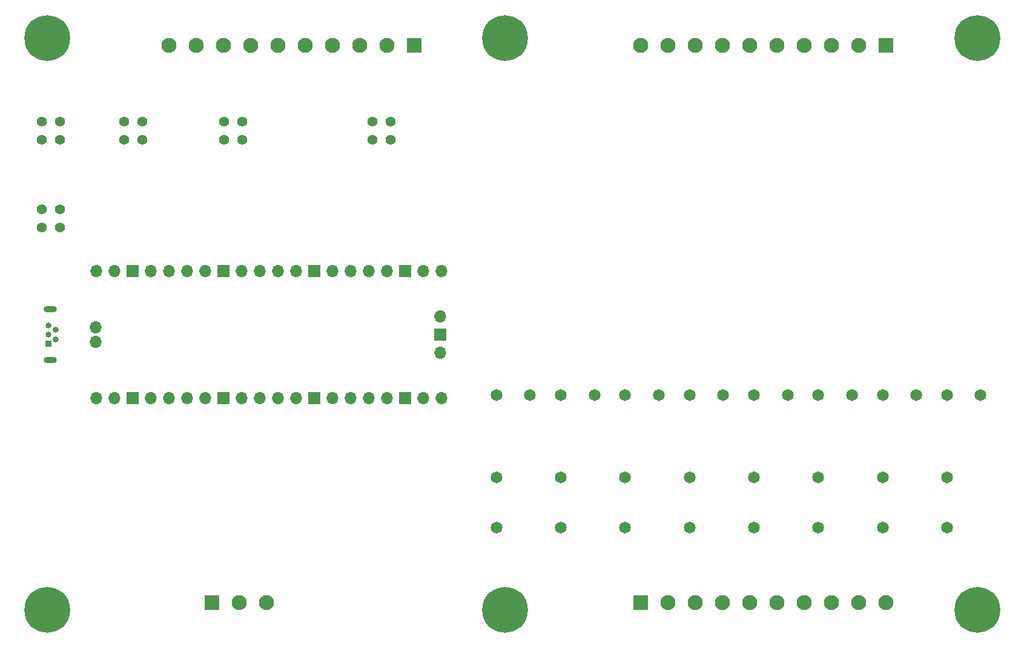
<source format=gbs>
%TF.GenerationSoftware,KiCad,Pcbnew,(5.99.0-7040-g8c08b861ab)*%
%TF.CreationDate,2021-03-18T10:44:17+08:00*%
%TF.ProjectId,PicoIndustrial,5069636f-496e-4647-9573-747269616c2e,rev?*%
%TF.SameCoordinates,Original*%
%TF.FileFunction,Soldermask,Bot*%
%TF.FilePolarity,Negative*%
%FSLAX46Y46*%
G04 Gerber Fmt 4.6, Leading zero omitted, Abs format (unit mm)*
G04 Created by KiCad (PCBNEW (5.99.0-7040-g8c08b861ab)) date 2021-03-18 10:44:17*
%MOMM*%
%LPD*%
G01*
G04 APERTURE LIST*
%ADD10C,1.400000*%
%ADD11C,1.650000*%
%ADD12R,2.100000X2.100000*%
%ADD13C,2.100000*%
%ADD14R,0.840000X0.840000*%
%ADD15C,0.840000*%
%ADD16O,1.850000X0.850000*%
%ADD17C,6.400000*%
%ADD18C,0.800000*%
%ADD19O,1.700000X1.700000*%
%ADD20R,1.700000X1.700000*%
G04 APERTURE END LIST*
D10*
%TO.C,JP5-2*%
X61790000Y-86500000D03*
X59250000Y-86500000D03*
%TD*%
D11*
%TO.C,K5*%
X154500000Y-110000000D03*
X149800000Y-110000000D03*
X149800000Y-121500000D03*
X149800000Y-128500000D03*
%TD*%
D10*
%TO.C,JP2-1*%
X70750000Y-71710000D03*
X73290000Y-71710000D03*
%TD*%
%TO.C,JP3-2*%
X84750000Y-74210000D03*
X87290000Y-74210000D03*
%TD*%
D12*
%TO.C,J2*%
X143000000Y-139000000D03*
D13*
X146810000Y-139000000D03*
X150620000Y-139000000D03*
X154430000Y-139000000D03*
X158240000Y-139000000D03*
X162050000Y-139000000D03*
X165860000Y-139000000D03*
X169670000Y-139000000D03*
X173480000Y-139000000D03*
X177290000Y-139000000D03*
%TD*%
D14*
%TO.C,J6*%
X60200000Y-102800000D03*
D15*
X61200000Y-102150000D03*
X60200000Y-101500000D03*
X61200000Y-100850000D03*
X60200000Y-100200000D03*
D16*
X60420000Y-97925000D03*
X60420000Y-105075000D03*
%TD*%
D10*
%TO.C,JP4-2*%
X105500000Y-74210000D03*
X108040000Y-74210000D03*
%TD*%
D11*
%TO.C,K4*%
X163500000Y-110000000D03*
X158800000Y-110000000D03*
X158800000Y-121500000D03*
X158800000Y-128500000D03*
%TD*%
%TO.C,K1*%
X190500000Y-110000000D03*
X185800000Y-110000000D03*
X185800000Y-121500000D03*
X185800000Y-128500000D03*
%TD*%
D10*
%TO.C,JP5-1*%
X61750000Y-84000000D03*
X59210000Y-84000000D03*
%TD*%
D12*
%TO.C,J4*%
X111290000Y-61000000D03*
D13*
X107480000Y-61000000D03*
X103670000Y-61000000D03*
X99860000Y-61000000D03*
X96050000Y-61000000D03*
X92240000Y-61000000D03*
X88430000Y-61000000D03*
X84620000Y-61000000D03*
X80810000Y-61000000D03*
X77000000Y-61000000D03*
%TD*%
D17*
%TO.C,H6*%
X190000000Y-140000000D03*
D18*
X192400000Y-140000000D03*
X187600000Y-140000000D03*
X191697056Y-138302944D03*
X190000000Y-137600000D03*
X188302944Y-141697056D03*
X191697056Y-141697056D03*
X188302944Y-138302944D03*
X190000000Y-142400000D03*
%TD*%
D19*
%TO.C,J1*%
X66870000Y-110400000D03*
X69410000Y-110400000D03*
D20*
X71950000Y-110400000D03*
D19*
X74490000Y-110400000D03*
X77030000Y-110400000D03*
X79570000Y-110400000D03*
X82110000Y-110400000D03*
D20*
X84650000Y-110400000D03*
D19*
X87190000Y-110400000D03*
X89730000Y-110400000D03*
X92270000Y-110400000D03*
X94810000Y-110400000D03*
D20*
X97350000Y-110400000D03*
D19*
X99890000Y-110400000D03*
X102430000Y-110400000D03*
X104970000Y-110400000D03*
X107510000Y-110400000D03*
D20*
X110050000Y-110400000D03*
D19*
X112590000Y-110400000D03*
X115130000Y-110400000D03*
X115130000Y-92620000D03*
X112590000Y-92620000D03*
D20*
X110050000Y-92620000D03*
D19*
X107510000Y-92620000D03*
X104970000Y-92620000D03*
X102430000Y-92620000D03*
X99890000Y-92620000D03*
D20*
X97350000Y-92620000D03*
D19*
X94810000Y-92620000D03*
X92270000Y-92620000D03*
X89730000Y-92620000D03*
X87190000Y-92620000D03*
D20*
X84650000Y-92620000D03*
D19*
X82110000Y-92620000D03*
X79570000Y-92620000D03*
X77030000Y-92620000D03*
X74490000Y-92620000D03*
D20*
X71950000Y-92620000D03*
D19*
X69410000Y-92620000D03*
X66870000Y-92620000D03*
X114900000Y-104050000D03*
D20*
X114900000Y-101510000D03*
D19*
X114900000Y-98970000D03*
X66750000Y-100500000D03*
X66750000Y-102500000D03*
%TD*%
D11*
%TO.C,K8*%
X127500000Y-110000000D03*
X122800000Y-110000000D03*
X122800000Y-121500000D03*
X122800000Y-128500000D03*
%TD*%
%TO.C,K7*%
X136500000Y-110000000D03*
X131800000Y-110000000D03*
X131800000Y-121500000D03*
X131800000Y-128500000D03*
%TD*%
D18*
%TO.C,H5*%
X126400000Y-140000000D03*
X125697056Y-141697056D03*
D17*
X124000000Y-140000000D03*
D18*
X124000000Y-142400000D03*
X125697056Y-138302944D03*
X121600000Y-140000000D03*
X122302944Y-141697056D03*
X124000000Y-137600000D03*
X122302944Y-138302944D03*
%TD*%
D12*
%TO.C,J3*%
X177290000Y-61000000D03*
D13*
X173480000Y-61000000D03*
X169670000Y-61000000D03*
X165860000Y-61000000D03*
X162050000Y-61000000D03*
X158240000Y-61000000D03*
X154430000Y-61000000D03*
X150620000Y-61000000D03*
X146810000Y-61000000D03*
X143000000Y-61000000D03*
%TD*%
D10*
%TO.C,JP4-1*%
X105500000Y-71710000D03*
X108040000Y-71710000D03*
%TD*%
D18*
%TO.C,H3*%
X188302944Y-58302944D03*
X190000000Y-57600000D03*
X192400000Y-60000000D03*
X191697056Y-61697056D03*
D17*
X190000000Y-60000000D03*
D18*
X191697056Y-58302944D03*
X190000000Y-62400000D03*
X187600000Y-60000000D03*
X188302944Y-61697056D03*
%TD*%
D17*
%TO.C,H4*%
X60000000Y-140000000D03*
D18*
X60000000Y-137600000D03*
X61697056Y-138302944D03*
X60000000Y-142400000D03*
X58302944Y-138302944D03*
X61697056Y-141697056D03*
X62400000Y-140000000D03*
X58302944Y-141697056D03*
X57600000Y-140000000D03*
%TD*%
D11*
%TO.C,K3*%
X172500000Y-110000000D03*
X167800000Y-110000000D03*
X167800000Y-121500000D03*
X167800000Y-128500000D03*
%TD*%
%TO.C,K2*%
X181500000Y-110000000D03*
X176800000Y-110000000D03*
X176800000Y-121500000D03*
X176800000Y-128500000D03*
%TD*%
D12*
%TO.C,J5*%
X83000000Y-139000000D03*
D13*
X86810000Y-139000000D03*
X90620000Y-139000000D03*
%TD*%
D18*
%TO.C,H1*%
X60000000Y-57600000D03*
X57600000Y-60000000D03*
X58302944Y-58302944D03*
X60000000Y-62400000D03*
X58302944Y-61697056D03*
D17*
X60000000Y-60000000D03*
D18*
X62400000Y-60000000D03*
X61697056Y-61697056D03*
X61697056Y-58302944D03*
%TD*%
%TO.C,H2*%
X122302944Y-61697056D03*
X125697056Y-58302944D03*
X124000000Y-57600000D03*
X124000000Y-62400000D03*
D17*
X124000000Y-60000000D03*
D18*
X125697056Y-61697056D03*
X126400000Y-60000000D03*
X122302944Y-58302944D03*
X121600000Y-60000000D03*
%TD*%
D10*
%TO.C,JP3-1*%
X84750000Y-71710000D03*
X87290000Y-71710000D03*
%TD*%
D11*
%TO.C,K6*%
X145500000Y-110000000D03*
X140800000Y-110000000D03*
X140800000Y-121500000D03*
X140800000Y-128500000D03*
%TD*%
D10*
%TO.C,JP1-2*%
X59250000Y-74210000D03*
X61790000Y-74210000D03*
%TD*%
%TO.C,JP1-1*%
X59250000Y-71710000D03*
X61790000Y-71710000D03*
%TD*%
%TO.C,JP2-2*%
X70750000Y-74210000D03*
X73290000Y-74210000D03*
%TD*%
M02*

</source>
